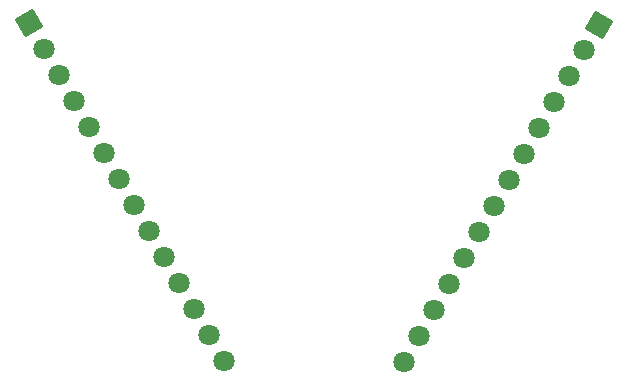
<source format=gbs>
%TF.GenerationSoftware,KiCad,Pcbnew,7.0.9*%
%TF.CreationDate,2024-03-20T17:49:37+05:30*%
%TF.ProjectId,Valentino,56616c65-6e74-4696-9e6f-2e6b69636164,v01*%
%TF.SameCoordinates,Original*%
%TF.FileFunction,Soldermask,Bot*%
%TF.FilePolarity,Negative*%
%FSLAX46Y46*%
G04 Gerber Fmt 4.6, Leading zero omitted, Abs format (unit mm)*
G04 Created by KiCad (PCBNEW 7.0.9) date 2024-03-20 17:49:37*
%MOMM*%
%LPD*%
G01*
G04 APERTURE LIST*
G04 Aperture macros list*
%AMRoundRect*
0 Rectangle with rounded corners*
0 $1 Rounding radius*
0 $2 $3 $4 $5 $6 $7 $8 $9 X,Y pos of 4 corners*
0 Add a 4 corners polygon primitive as box body*
4,1,4,$2,$3,$4,$5,$6,$7,$8,$9,$2,$3,0*
0 Add four circle primitives for the rounded corners*
1,1,$1+$1,$2,$3*
1,1,$1+$1,$4,$5*
1,1,$1+$1,$6,$7*
1,1,$1+$1,$8,$9*
0 Add four rect primitives between the rounded corners*
20,1,$1+$1,$2,$3,$4,$5,0*
20,1,$1+$1,$4,$5,$6,$7,0*
20,1,$1+$1,$6,$7,$8,$9,0*
20,1,$1+$1,$8,$9,$2,$3,0*%
%AMHorizOval*
0 Thick line with rounded ends*
0 $1 width*
0 $2 $3 position (X,Y) of the first rounded end (center of the circle)*
0 $4 $5 position (X,Y) of the second rounded end (center of the circle)*
0 Add line between two ends*
20,1,$1,$2,$3,$4,$5,0*
0 Add two circle primitives to create the rounded ends*
1,1,$1,$2,$3*
1,1,$1,$4,$5*%
G04 Aperture macros list end*
%ADD10RoundRect,0.050000X-1.161122X-0.311122X0.311122X-1.161122X1.161122X0.311122X-0.311122X1.161122X0*%
%ADD11HorizOval,1.800000X0.000000X0.000000X0.000000X0.000000X0*%
%ADD12RoundRect,0.050000X-0.311122X-1.161122X1.161122X-0.311122X0.311122X1.161122X-1.161122X0.311122X0*%
%ADD13HorizOval,1.800000X0.000000X0.000000X0.000000X0.000000X0*%
G04 APERTURE END LIST*
D10*
%TO.C,VCC*%
X176530000Y-87193336D03*
D11*
X175260000Y-89393041D03*
X173990000Y-91592745D03*
X172720000Y-93792450D03*
X171450000Y-95992154D03*
X170180000Y-98191859D03*
X168910000Y-100391563D03*
X167640000Y-102591268D03*
X166370000Y-104790972D03*
X165100000Y-106990677D03*
X163830000Y-109190382D03*
X162560000Y-111390086D03*
X161290000Y-113589791D03*
X160020000Y-115789495D03*
%TD*%
D12*
%TO.C,J2*%
X128270000Y-87055252D03*
D13*
X129539999Y-89254956D03*
X130810000Y-91454660D03*
X132080000Y-93654366D03*
X133349999Y-95854070D03*
X134619999Y-98053775D03*
X135890000Y-100253479D03*
X137159999Y-102453184D03*
X138429999Y-104652889D03*
X139700000Y-106852594D03*
X140969999Y-109052298D03*
X142240000Y-111252000D03*
X143509999Y-113451707D03*
X144780000Y-115651411D03*
%TD*%
M02*

</source>
